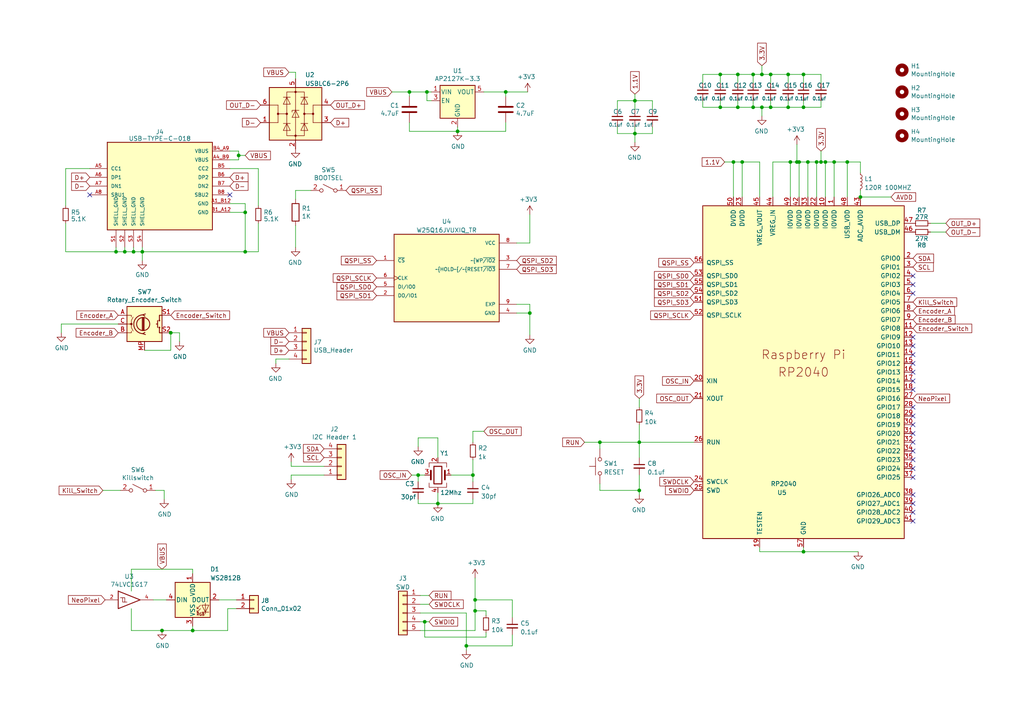
<source format=kicad_sch>
(kicad_sch (version 20230121) (generator eeschema)
  (paper "A4")
  (lib_symbols
    (symbol "Device:R_Small" (pin_numbers hide) (pin_names (offset 0.254) hide)
      (property "Reference" "R" (at 0.762 0.508 0))
      (property "Value" "R_Small" (at 0.762 -1.016 0))
      (symbol "R_Small_1_1"
        (pin passive line (at 0 2.54 270) (length 0.762) (name "~") (number "1"))
        (pin passive line (at 0 -2.54 90) (length 0.762) (name "~") (number "2"))
      )
    )
    (symbol "GND_1" (power) (pin_names (offset 0))
      (property "Value" "GND" (at 0 -3.81 0))
      (symbol "GND_1_1_1"
        (pin power_in line (at 0 0 270) (length 0) hide (name "GND") (number "1"))
      )
    )
    (symbol "Voron0 2040 display:74LVC1G17" (pin_names (offset 1.016))
      (property "Reference" "U3" (at -0.635 6.7818 0))
      (property "Value" "74LVC1G17" (at -0.635 4.4704 0))
      (symbol "74LVC1G17_1_1"
        (pin no_connect line (at -3.81 5.08 270) (length 2.54) hide (name "1") (number "1"))
        (pin input line (at -7.62 0 0) (length 3.81) (name "~") (number "2"))
        (pin power_in line (at 0 -2.54 270) (length 0) hide (name "GND") (number "3"))
        (pin output line (at 6.35 0 180) (length 3.81) (name "~") (number "4"))
        (pin power_in line (at 0 2.54 90) (length 0) hide (name "VCC") (number "5"))
      )
    )
    (symbol "Voron0 2040 display:AP2127K-3.3" (pin_names (offset 0.254))
      (property "Reference" "U" (at -5.08 5.715 0))
      (property "Value" "AP2127K-3.3" (at 0 5.715 0))
      (symbol "AP2127K-3.3_1_1"
        (pin power_in line (at -7.62 2.54 0) (length 2.54) (name "VIN") (number "1"))
        (pin power_in line (at 0 -7.62 90) (length 2.54) (name "GND") (number "2"))
        (pin input line (at -7.62 0 0) (length 2.54) (name "EN") (number "3"))
        (pin no_connect line (at 7.62 0 180) (length 2.54) hide (name "NC") (number "4"))
        (pin power_out line (at 7.62 2.54 180) (length 2.54) (name "VOUT") (number "5"))
      )
    )
    (symbol "Voron0 2040 display:C" (pin_numbers hide) (pin_names (offset 0.254))
      (property "Reference" "C" (at 0.635 2.54 0))
      (property "Value" "C" (at 0.635 -2.54 0))
      (symbol "C_1_1"
        (pin passive line (at 0 3.81 270) (length 2.794) (name "~") (number "1"))
        (pin passive line (at 0 -3.81 90) (length 2.794) (name "~") (number "2"))
      )
    )
    (symbol "Voron0 2040 display:C_Small" (pin_numbers hide) (pin_names (offset 0.254) hide)
      (property "Reference" "C" (at 0.254 1.778 0))
      (property "Value" "C_Small" (at 0.254 -2.032 0))
      (symbol "C_Small_1_1"
        (pin passive line (at 0 2.54 270) (length 2.032) (name "~") (number "1"))
        (pin passive line (at 0 -2.54 90) (length 2.032) (name "~") (number "2"))
      )
    )
    (symbol "Voron0 2040 display:Conn_01x02" (pin_names (offset 1.016) hide)
      (property "Reference" "J" (at 0 2.54 0))
      (property "Value" "Conn_01x02" (at 0 -5.08 0))
      (symbol "Conn_01x02_1_1"
        (pin passive line (at -5.08 0 0) (length 3.81) (name "Pin_1") (number "1"))
        (pin passive line (at -5.08 -2.54 0) (length 3.81) (name "Pin_2") (number "2"))
      )
    )
    (symbol "Voron0 2040 display:Conn_01x04" (pin_names (offset 1.016) hide)
      (property "Reference" "J" (at 0 5.08 0))
      (property "Value" "Conn_01x04" (at 0 -7.62 0))
      (symbol "Conn_01x04_1_1"
        (pin passive line (at -5.08 2.54 0) (length 3.81) (name "Pin_1") (number "1"))
        (pin passive line (at -5.08 0 0) (length 3.81) (name "Pin_2") (number "2"))
        (pin passive line (at -5.08 -2.54 0) (length 3.81) (name "Pin_3") (number "3"))
        (pin passive line (at -5.08 -5.08 0) (length 3.81) (name "Pin_4") (number "4"))
      )
    )
    (symbol "Voron0 2040 display:Conn_01x05" (pin_names (offset 1.016) hide)
      (property "Reference" "J" (at 0 7.62 0))
      (property "Value" "Conn_01x05" (at 0 -7.62 0))
      (symbol "Conn_01x05_1_1"
        (pin passive line (at -5.08 5.08 0) (length 3.81) (name "Pin_1") (number "1"))
        (pin passive line (at -5.08 2.54 0) (length 3.81) (name "Pin_2") (number "2"))
        (pin passive line (at -5.08 0 0) (length 3.81) (name "Pin_3") (number "3"))
        (pin passive line (at -5.08 -2.54 0) (length 3.81) (name "Pin_4") (number "4"))
        (pin passive line (at -5.08 -5.08 0) (length 3.81) (name "Pin_5") (number "5"))
      )
    )
    (symbol "Voron0 2040 display:Crystal_GND24" (pin_names (offset 1.016) hide)
      (property "Reference" "Y" (at 3.175 5.08 0))
      (property "Value" "Crystal_GND24" (at 3.175 3.175 0))
      (symbol "Crystal_GND24_1_1"
        (pin passive line (at -3.81 0 0) (length 1.27) (name "1") (number "1"))
        (pin passive line (at 0 5.08 270) (length 1.27) (name "2") (number "2"))
        (pin passive line (at 3.81 0 180) (length 1.27) (name "3") (number "3"))
        (pin passive line (at 0 -5.08 90) (length 1.27) (name "4") (number "4"))
      )
    )
    (symbol "Voron0 2040 display:L_Small" (pin_numbers hide) (pin_names (offset 0.254) hide)
      (property "Reference" "L" (at 0.762 1.016 0))
      (property "Value" "L_Small" (at 0.762 -1.016 0))
      (symbol "L_Small_1_1"
        (pin passive line (at 0 2.54 270) (length 0.508) (name "~") (number "1"))
        (pin passive line (at 0 -2.54 90) (length 0.508) (name "~") (number "2"))
      )
    )
    (symbol "Voron0 2040 display:MountingHole" (pin_names (offset 1.016))
      (property "Reference" "H" (at 0 5.08 0))
      (property "Value" "MountingHole" (at 0 3.175 0))
    )
    (symbol "Voron0 2040 display:R" (pin_numbers hide) (pin_names (offset 0))
      (property "Reference" "R" (at 2.032 0 90))
      (property "Value" "R" (at 0 0 90))
      (symbol "R_1_1"
        (pin passive line (at 0 3.81 270) (length 1.27) (name "~") (number "1"))
        (pin passive line (at 0 -3.81 90) (length 1.27) (name "~") (number "2"))
      )
    )
    (symbol "Voron0 2040 display:RP2040" (pin_names (offset 1.016))
      (property "Reference" "U" (at -29.21 49.53 0))
      (property "Value" "RP2040" (at 24.13 -49.53 0))
      (symbol "RP2040_0_0"
        (text "Raspberry Pi" (at 0 5.08 0) (effects (font (size 2.54 2.54))))
        (text "RP2040" (at 0 0 0) (effects (font (size 2.54 2.54))))
      )
      (symbol "RP2040_1_1"
        (pin power_in line (at 8.89 50.8 270) (length 2.54) (name "IOVDD") (number "1"))
        (pin power_in line (at 6.35 50.8 270) (length 2.54) (name "IOVDD") (number "10"))
        (pin bidirectional line (at 31.75 12.7 180) (length 2.54) (name "GPIO8") (number "11"))
        (pin bidirectional line (at 31.75 10.16 180) (length 2.54) (name "GPIO9") (number "12"))
        (pin bidirectional line (at 31.75 7.62 180) (length 2.54) (name "GPIO10") (number "13"))
        (pin bidirectional line (at 31.75 5.08 180) (length 2.54) (name "GPIO11") (number "14"))
        (pin bidirectional line (at 31.75 2.54 180) (length 2.54) (name "GPIO12") (number "15"))
        (pin bidirectional line (at 31.75 0 180) (length 2.54) (name "GPIO13") (number "16"))
        (pin bidirectional line (at 31.75 -2.54 180) (length 2.54) (name "GPIO14") (number "17"))
        (pin bidirectional line (at 31.75 -5.08 180) (length 2.54) (name "GPIO15") (number "18"))
        (pin passive line (at -12.7 -50.8 90) (length 2.54) (name "TESTEN") (number "19"))
        (pin bidirectional line (at 31.75 33.02 180) (length 2.54) (name "GPIO0") (number "2"))
        (pin input line (at -31.75 -2.54 0) (length 2.54) (name "XIN") (number "20"))
        (pin passive line (at -31.75 -7.62 0) (length 2.54) (name "XOUT") (number "21"))
        (pin power_in line (at 3.81 50.8 270) (length 2.54) (name "IOVDD") (number "22"))
        (pin power_in line (at -17.78 50.8 270) (length 2.54) (name "DVDD") (number "23"))
        (pin output line (at -31.75 -31.75 0) (length 2.54) (name "SWCLK") (number "24"))
        (pin bidirectional line (at -31.75 -34.29 0) (length 2.54) (name "SWD") (number "25"))
        (pin input line (at -31.75 -20.32 0) (length 2.54) (name "RUN") (number "26"))
        (pin bidirectional line (at 31.75 -7.62 180) (length 2.54) (name "GPIO16") (number "27"))
        (pin bidirectional line (at 31.75 -10.16 180) (length 2.54) (name "GPIO17") (number "28"))
        (pin bidirectional line (at 31.75 -12.7 180) (length 2.54) (name "GPIO18") (number "29"))
        (pin bidirectional line (at 31.75 30.48 180) (length 2.54) (name "GPIO1") (number "3"))
        (pin bidirectional line (at 31.75 -15.24 180) (length 2.54) (name "GPIO19") (number "30"))
        (pin bidirectional line (at 31.75 -17.78 180) (length 2.54) (name "GPIO20") (number "31"))
        (pin bidirectional line (at 31.75 -20.32 180) (length 2.54) (name "GPIO21") (number "32"))
        (pin power_in line (at 1.27 50.8 270) (length 2.54) (name "IOVDD") (number "33"))
        (pin bidirectional line (at 31.75 -22.86 180) (length 2.54) (name "GPIO22") (number "34"))
        (pin bidirectional line (at 31.75 -25.4 180) (length 2.54) (name "GPIO23") (number "35"))
        (pin bidirectional line (at 31.75 -27.94 180) (length 2.54) (name "GPIO24") (number "36"))
        (pin bidirectional line (at 31.75 -30.48 180) (length 2.54) (name "GPIO25") (number "37"))
        (pin bidirectional line (at 31.75 -35.56 180) (length 2.54) (name "GPIO26_ADC0") (number "38"))
        (pin bidirectional line (at 31.75 -38.1 180) (length 2.54) (name "GPIO27_ADC1") (number "39"))
        (pin bidirectional line (at 31.75 27.94 180) (length 2.54) (name "GPIO2") (number "4"))
        (pin bidirectional line (at 31.75 -40.64 180) (length 2.54) (name "GPIO28_ADC2") (number "40"))
        (pin bidirectional line (at 31.75 -43.18 180) (length 2.54) (name "GPIO29_ADC3") (number "41"))
        (pin power_in line (at -1.27 50.8 270) (length 2.54) (name "IOVDD") (number "42"))
        (pin power_in line (at 16.51 50.8 270) (length 2.54) (name "ADC_AVDD") (number "43"))
        (pin power_in line (at -8.89 50.8 270) (length 2.54) (name "VREG_IN") (number "44"))
        (pin power_out line (at -12.7 50.8 270) (length 2.54) (name "VREG_VOUT") (number "45"))
        (pin bidirectional line (at 31.75 40.64 180) (length 2.54) (name "USB_DM") (number "46"))
        (pin bidirectional line (at 31.75 43.18 180) (length 2.54) (name "USB_DP") (number "47"))
        (pin power_in line (at 12.7 50.8 270) (length 2.54) (name "USB_VDD") (number "48"))
        (pin power_in line (at -3.81 50.8 270) (length 2.54) (name "IOVDD") (number "49"))
        (pin bidirectional line (at 31.75 25.4 180) (length 2.54) (name "GPIO3") (number "5"))
        (pin power_in line (at -20.32 50.8 270) (length 2.54) (name "DVDD") (number "50"))
        (pin bidirectional line (at -31.75 20.32 0) (length 2.54) (name "QSPI_SD3") (number "51"))
        (pin output line (at -31.75 16.51 0) (length 2.54) (name "QSPI_SCLK") (number "52"))
        (pin bidirectional line (at -31.75 27.94 0) (length 2.54) (name "QSPI_SD0") (number "53"))
        (pin bidirectional line (at -31.75 22.86 0) (length 2.54) (name "QSPI_SD2") (number "54"))
        (pin bidirectional line (at -31.75 25.4 0) (length 2.54) (name "QSPI_SD1") (number "55"))
        (pin bidirectional line (at -31.75 31.75 0) (length 2.54) (name "QSPI_SS") (number "56"))
        (pin power_in line (at 0 -50.8 90) (length 2.54) (name "GND") (number "57"))
        (pin bidirectional line (at 31.75 22.86 180) (length 2.54) (name "GPIO4") (number "6"))
        (pin bidirectional line (at 31.75 20.32 180) (length 2.54) (name "GPIO5") (number "7"))
        (pin bidirectional line (at 31.75 17.78 180) (length 2.54) (name "GPIO6") (number "8"))
        (pin bidirectional line (at 31.75 15.24 180) (length 2.54) (name "GPIO7") (number "9"))
      )
    )
    (symbol "Voron0 2040 display:R_Small" (pin_numbers hide) (pin_names (offset 0.254) hide)
      (property "Reference" "R" (at 0.762 0.508 0))
      (property "Value" "R_Small" (at 0.762 -1.016 0))
      (symbol "R_Small_1_1"
        (pin passive line (at 0 2.54 270) (length 0.762) (name "~") (number "1"))
        (pin passive line (at 0 -2.54 90) (length 0.762) (name "~") (number "2"))
      )
    )
    (symbol "Voron0 2040 display:Rotary_Encoder_Switch" (pin_names (offset 0.254) hide)
      (property "Reference" "SW7" (at 0 9.3218 0))
      (property "Value" "Rotary_Encoder_Switch" (at 0 7.0104 0))
      (symbol "Rotary_Encoder_Switch_1_1"
        (pin passive line (at -7.62 2.54 0) (length 2.54) (name "A") (number "A"))
        (pin passive line (at -7.62 -2.54 0) (length 2.54) (name "B") (number "B"))
        (pin passive line (at -7.62 0 0) (length 2.54) (name "C") (number "C"))
        (pin passive line (at 0 -7.62 90) (length 2.54) (name "MP") (number "MP"))
        (pin passive line (at 7.62 2.54 180) (length 2.54) (name "S1") (number "S1"))
        (pin passive line (at 7.62 -2.54 180) (length 2.54) (name "S2") (number "S2"))
      )
    )
    (symbol "Voron0 2040 display:SW_Push" (pin_numbers hide) (pin_names (offset 1.016) hide)
      (property "Reference" "SW" (at 1.27 2.54 0))
      (property "Value" "SW_Push" (at 0 -1.524 0))
      (symbol "SW_Push_0_1"
        (pin passive line (at -5.08 0 0) (length 2.54) (name "1") (number "1"))
        (pin passive line (at 5.08 0 180) (length 2.54) (name "2") (number "2"))
      )
    )
    (symbol "Voron0 2040 display:SW_SPST" (pin_names (offset 0) hide)
      (property "Reference" "SW" (at 0 3.175 0))
      (property "Value" "SW_SPST" (at 0 -2.54 0))
      (symbol "SW_SPST_1_1"
        (pin passive line (at -5.08 0 0) (length 2.54) (name "A") (number "1"))
        (pin passive line (at 5.08 0 180) (length 2.54) (name "B") (number "2"))
      )
    )
    (symbol "Voron0 2040 display:USB4105-GF-A" (pin_names (offset 1.016))
      (property "Reference" "J" (at -15.24 13.97 0))
      (property "Value" "USB4105-GF-A" (at -15.24 -15.24 0))
      (symbol "USB4105-GF-A_0_0"
        (pin power_in line (at 20.32 -5.08 180) (length 5.08) (name "GND") (number "A1_B12"))
        (pin power_in line (at 20.32 7.62 180) (length 5.08) (name "VBUS") (number "A4_B9"))
        (pin bidirectional line (at -20.32 5.08 0) (length 5.08) (name "CC1") (number "A5"))
        (pin bidirectional line (at -20.32 2.54 0) (length 5.08) (name "DP1") (number "A6"))
        (pin bidirectional line (at -20.32 0 0) (length 5.08) (name "DN1") (number "A7"))
        (pin bidirectional line (at -20.32 -2.54 0) (length 5.08) (name "SBU1") (number "A8"))
        (pin power_in line (at 20.32 -7.62 180) (length 5.08) (name "GND") (number "B1_A12"))
        (pin power_in line (at 20.32 10.16 180) (length 5.08) (name "VBUS") (number "B4_A9"))
        (pin bidirectional line (at 20.32 5.08 180) (length 5.08) (name "CC2") (number "B5"))
        (pin bidirectional line (at 20.32 2.54 180) (length 5.08) (name "DP2") (number "B6"))
        (pin bidirectional line (at 20.32 0 180) (length 5.08) (name "DN2") (number "B7"))
        (pin bidirectional line (at 20.32 -2.54 180) (length 5.08) (name "SBU2") (number "B8"))
        (pin power_in line (at -12.7 -17.78 90) (length 5.08) (name "SHELL_GND") (number "S1"))
        (pin power_in line (at -10.16 -17.78 90) (length 5.08) (name "SHELL_GND") (number "S2"))
        (pin power_in line (at -7.62 -17.78 90) (length 5.08) (name "SHELL_GND") (number "S3"))
        (pin power_in line (at -5.08 -17.78 90) (length 5.08) (name "SHELL_GND") (number "S4"))
      )
    )
    (symbol "Voron0 2040 display:USBLC6-2P6" (pin_names hide)
      (property "Reference" "U" (at 2.54 8.89 0))
      (property "Value" "USBLC6-2P6" (at 2.54 -8.89 0))
      (symbol "USBLC6-2P6_1_1"
        (pin passive line (at -10.16 -2.54 0) (length 2.54) (name "I/O1") (number "1"))
        (pin passive line (at 0 -10.16 90) (length 2.54) (name "GND") (number "2"))
        (pin passive line (at 10.16 -2.54 180) (length 2.54) (name "I/O2") (number "3"))
        (pin passive line (at 10.16 2.54 180) (length 2.54) (name "I/O2") (number "4"))
        (pin passive line (at 0 10.16 270) (length 2.54) (name "VBUS") (number "5"))
        (pin passive line (at -10.16 2.54 0) (length 2.54) (name "I/O1") (number "6"))
      )
    )
    (symbol "Voron0 2040 display:W25Q16JVUXIQ_TR" (pin_names (offset 1.016))
      (property "Reference" "U" (at -15.24 15.24 0))
      (property "Value" "W25Q16JVUXIQ_TR" (at -15.24 -15.24 0))
      (symbol "W25Q16JVUXIQ_TR_0_0"
        (pin input line (at -20.32 5.08 0) (length 5.08) (name "~{CS}") (number "1"))
        (pin bidirectional line (at -20.32 -5.08 0) (length 5.08) (name "DO/IO1") (number "2"))
        (pin bidirectional line (at 20.32 5.08 180) (length 5.08) (name "~{WP~{/IO2}") (number "3"))
        (pin power_in line (at 20.32 -10.16 180) (length 5.08) (name "GND") (number "4"))
        (pin bidirectional line (at -20.32 -2.54 0) (length 5.08) (name "DI/IO0") (number "5"))
        (pin input clock (at -20.32 0 0) (length 5.08) (name "CLK") (number "6"))
        (pin bidirectional line (at 20.32 2.54 180) (length 5.08) (name "~{HOLD~{/~{RESET~{/IO3}") (number "7"))
        (pin power_in line (at 20.32 10.16 180) (length 5.08) (name "VCC") (number "8"))
        (pin passive line (at 20.32 -7.62 180) (length 5.08) (name "EXP") (number "9"))
      )
    )
    (symbol "Voron0 2040 display:WS2812B" (pin_names (offset 0.254))
      (property "Reference" "D" (at 5.08 5.715 0))
      (property "Value" "WS2812B" (at 1.27 -5.715 0))
      (symbol "WS2812B_0_0"
        (text "RGB" (at 2.286 -4.191 0) (effects (font (size 0.762 0.762))))
      )
      (symbol "WS2812B_1_1"
        (pin power_in line (at 0 7.62 270) (length 2.54) (name "VDD") (number "1"))
        (pin output line (at 7.62 0 180) (length 2.54) (name "DOUT") (number "2"))
        (pin power_in line (at 0 -7.62 90) (length 2.54) (name "VSS") (number "3"))
        (pin input line (at -7.62 0 0) (length 2.54) (name "DIN") (number "4"))
      )
    )
    (symbol "power:+3V3" (power) (pin_names (offset 0))
      (property "Value" "+3V3" (at 0 3.556 0))
      (symbol "+3V3_1_1"
        (pin power_in line (at 0 0 90) (length 0) hide (name "+3V3") (number "1"))
      )
    )
    (symbol "power:GND" (power) (pin_names (offset 0))
      (property "Value" "GND" (at 0 -3.81 0))
      (symbol "GND_1_1"
        (pin power_in line (at 0 0 270) (length 0) hide (name "GND") (number "1"))
      )
    )
  )
  (junction (at 236.855 46.99))
  (junction (at 228.6 21.59))
  (junction (at 184.15 38.735))
  (junction (at 223.52 21.59))
  (junction (at 220.98 21.59))
  (junction (at 132.715 38.1))
  (junction (at 41.275 73.025))
  (junction (at 245.745 46.99))
  (junction (at 231.14 46.99))
  (junction (at 46.99 182.88))
  (junction (at 123.19 180.34))
  (junction (at 38.735 73.025))
  (junction (at 238.125 46.99))
  (junction (at 71.12 73.025))
  (junction (at 71.12 61.595))
  (junction (at 123.825 26.67))
  (junction (at 185.42 128.27))
  (junction (at 185.42 142.24))
  (junction (at 231.775 46.99))
  (junction (at 241.935 46.99))
  (junction (at 233.045 21.59))
  (junction (at 135.255 187.325))
  (junction (at 137.16 137.795))
  (junction (at 184.15 29.21))
  (junction (at 137.795 173.99))
  (junction (at 137.795 177.165))
  (junction (at 213.995 21.59))
  (junction (at 218.44 21.59))
  (junction (at 33.655 73.025))
  (junction (at 49.53 96.52))
  (junction (at 208.915 21.59))
  (junction (at 208.915 31.115))
  (junction (at 212.725 46.99))
  (junction (at 36.195 73.025))
  (junction (at 146.685 26.67))
  (junction (at 69.215 45.085))
  (junction (at 118.745 26.67))
  (junction (at 233.045 160.02))
  (junction (at 218.44 31.115))
  (junction (at 213.995 31.115))
  (junction (at 173.99 128.27))
  (junction (at 223.52 31.115))
  (junction (at 220.98 31.115))
  (junction (at 55.88 182.88))
  (junction (at 153.67 90.805))
  (junction (at 121.285 137.795))
  (junction (at 233.045 31.115))
  (junction (at 228.6 31.115))
  (junction (at 239.395 46.99))
  (junction (at 229.235 46.99))
  (junction (at 249.555 57.15))
  (junction (at 127 146.05))
  (junction (at 234.315 46.99))
  (junction (at 215.265 46.99))
  (no_connect (at 264.795 118.11))
  (no_connect (at 264.795 128.27))
  (no_connect (at 264.795 148.59))
  (no_connect (at 26.035 56.515))
  (no_connect (at 264.795 97.79))
  (no_connect (at 264.795 151.13))
  (no_connect (at 264.795 105.41))
  (no_connect (at 264.795 102.87))
  (no_connect (at 264.795 100.33))
  (no_connect (at 264.795 110.49))
  (no_connect (at 264.795 85.09))
  (no_connect (at 264.795 107.95))
  (no_connect (at 264.795 125.73))
  (no_connect (at 264.795 138.43))
  (no_connect (at 264.795 143.51))
  (no_connect (at 264.795 130.81))
  (no_connect (at 264.795 146.05))
  (no_connect (at 66.675 56.515))
  (no_connect (at 264.795 120.65))
  (no_connect (at 264.795 133.35))
  (no_connect (at 264.795 113.03))
  (no_connect (at 264.795 82.55))
  (no_connect (at 264.795 135.89))
  (no_connect (at 264.795 80.01))
  (no_connect (at 264.795 123.19))
  (wire (pts (xy 218.44 29.21) (xy 218.44 31.115)))
  (wire (pts (xy 127 146.05) (xy 137.16 146.05)))
  (wire (pts (xy 213.995 21.59) (xy 213.995 24.13)))
  (wire (pts (xy 66.675 61.595) (xy 71.12 61.595)))
  (wire (pts (xy 238.125 31.115) (xy 238.125 29.21)))
  (wire (pts (xy 66.675 43.815) (xy 69.215 43.815)))
  (wire (pts (xy 173.99 140.335) (xy 173.99 142.24)))
  (wire (pts (xy 220.98 19.05) (xy 220.98 21.59)))
  (wire (pts (xy 74.93 73.025) (xy 74.93 64.77)))
  (wire (pts (xy 184.15 38.735) (xy 184.15 41.275)))
  (wire (pts (xy 233.045 158.75) (xy 233.045 160.02)))
  (wire (pts (xy 118.745 26.67) (xy 123.825 26.67)))
  (wire (pts (xy 228.6 29.21) (xy 228.6 31.115)))
  (wire (pts (xy 38.1 165.1) (xy 38.1 171.45)))
  (wire (pts (xy 223.52 31.115) (xy 228.6 31.115)))
  (wire (pts (xy 38.735 73.025) (xy 41.275 73.025)))
  (wire (pts (xy 223.52 29.21) (xy 223.52 31.115)))
  (wire (pts (xy 127 127) (xy 121.285 127)))
  (wire (pts (xy 93.98 135.255) (xy 84.455 135.255)))
  (wire (pts (xy 185.42 128.27) (xy 185.42 132.715)))
  (wire (pts (xy 184.15 29.21) (xy 189.23 29.21)))
  (wire (pts (xy 80.01 104.14) (xy 83.82 104.14)))
  (wire (pts (xy 85.725 65.405) (xy 85.725 71.755)))
  (wire (pts (xy 220.345 158.75) (xy 220.345 160.02)))
  (wire (pts (xy 234.315 46.99) (xy 236.855 46.99)))
  (wire (pts (xy 233.045 160.02) (xy 248.92 160.02)))
  (wire (pts (xy 149.86 90.805) (xy 153.67 90.805)))
  (wire (pts (xy 234.315 46.99) (xy 234.315 57.15)))
  (wire (pts (xy 241.935 46.99) (xy 245.745 46.99)))
  (wire (pts (xy 185.42 115.57) (xy 185.42 118.11)))
  (wire (pts (xy 33.655 73.025) (xy 36.195 73.025)))
  (wire (pts (xy 215.265 46.99) (xy 220.345 46.99)))
  (wire (pts (xy 55.88 165.1) (xy 38.1 165.1)))
  (wire (pts (xy 119.38 137.795) (xy 121.285 137.795)))
  (wire (pts (xy 238.125 46.99) (xy 239.395 46.99)))
  (wire (pts (xy 179.07 36.83) (xy 179.07 38.735)))
  (wire (pts (xy 212.725 57.15) (xy 212.725 46.99)))
  (wire (pts (xy 113.665 26.67) (xy 118.745 26.67)))
  (wire (pts (xy 148.59 184.15) (xy 148.59 187.325)))
  (wire (pts (xy 84.455 137.795) (xy 84.455 139.065)))
  (wire (pts (xy 236.855 46.99) (xy 238.125 46.99)))
  (wire (pts (xy 148.59 173.99) (xy 137.795 173.99)))
  (wire (pts (xy 239.395 46.99) (xy 241.935 46.99)))
  (wire (pts (xy 41.275 73.025) (xy 71.12 73.025)))
  (wire (pts (xy 66.675 48.895) (xy 74.93 48.895)))
  (wire (pts (xy 146.685 27.94) (xy 146.685 26.67)))
  (wire (pts (xy 220.98 21.59) (xy 223.52 21.59)))
  (wire (pts (xy 49.53 101.6) (xy 49.53 96.52)))
  (wire (pts (xy 218.44 21.59) (xy 218.44 24.13)))
  (wire (pts (xy 153.67 88.265) (xy 153.67 90.805)))
  (wire (pts (xy 33.655 71.755) (xy 33.655 73.025)))
  (wire (pts (xy 85.725 20.955) (xy 83.82 20.955)))
  (wire (pts (xy 34.29 93.98) (xy 17.78 93.98)))
  (wire (pts (xy 132.715 38.1) (xy 146.685 38.1)))
  (wire (pts (xy 218.44 21.59) (xy 220.98 21.59)))
  (wire (pts (xy 231.775 46.99) (xy 231.775 57.15)))
  (wire (pts (xy 84.455 135.255) (xy 84.455 133.985)))
  (wire (pts (xy 66.04 182.88) (xy 55.88 182.88)))
  (wire (pts (xy 153.67 70.485) (xy 153.67 62.23)))
  (wire (pts (xy 123.19 184.785) (xy 140.97 184.785)))
  (wire (pts (xy 121.92 175.26) (xy 124.46 175.26)))
  (wire (pts (xy 36.195 71.755) (xy 36.195 73.025)))
  (wire (pts (xy 213.995 31.115) (xy 218.44 31.115)))
  (wire (pts (xy 66.675 59.055) (xy 71.12 59.055)))
  (wire (pts (xy 233.045 31.115) (xy 238.125 31.115)))
  (wire (pts (xy 63.5 173.99) (xy 68.58 173.99)))
  (wire (pts (xy 85.725 57.785) (xy 85.725 55.245)))
  (wire (pts (xy 249.555 57.15) (xy 258.445 57.15)))
  (wire (pts (xy 189.23 29.21) (xy 189.23 31.75)))
  (wire (pts (xy 269.875 64.77) (xy 274.32 64.77)))
  (wire (pts (xy 169.545 128.27) (xy 173.99 128.27)))
  (wire (pts (xy 123.19 180.34) (xy 123.19 184.785)))
  (wire (pts (xy 71.12 59.055) (xy 71.12 61.595)))
  (wire (pts (xy 132.715 36.83) (xy 132.715 38.1)))
  (wire (pts (xy 33.655 73.025) (xy 19.05 73.025)))
  (wire (pts (xy 269.875 67.31) (xy 274.32 67.31)))
  (wire (pts (xy 71.12 61.595) (xy 71.12 73.025)))
  (wire (pts (xy 210.185 46.99) (xy 212.725 46.99)))
  (wire (pts (xy 130.81 137.795) (xy 137.16 137.795)))
  (wire (pts (xy 127 142.875) (xy 127 146.05)))
  (wire (pts (xy 231.775 46.99) (xy 234.315 46.99)))
  (wire (pts (xy 173.99 128.27) (xy 173.99 130.175)))
  (wire (pts (xy 127 127) (xy 127 132.715)))
  (wire (pts (xy 203.835 29.21) (xy 203.835 31.115)))
  (wire (pts (xy 184.15 36.83) (xy 184.15 38.735)))
  (wire (pts (xy 17.78 96.52) (xy 17.78 93.98)))
  (wire (pts (xy 19.05 48.895) (xy 19.05 59.69)))
  (wire (pts (xy 121.92 182.88) (xy 137.795 182.88)))
  (wire (pts (xy 66.04 176.53) (xy 66.04 182.88)))
  (wire (pts (xy 36.195 73.025) (xy 38.735 73.025)))
  (wire (pts (xy 148.59 179.07) (xy 148.59 173.99)))
  (wire (pts (xy 85.725 22.86) (xy 85.725 20.955)))
  (wire (pts (xy 140.97 177.165) (xy 137.795 177.165)))
  (wire (pts (xy 137.795 173.99) (xy 137.795 167.64)))
  (wire (pts (xy 26.035 48.895) (xy 19.05 48.895)))
  (wire (pts (xy 140.335 125.095) (xy 137.16 125.095)))
  (wire (pts (xy 146.685 26.67) (xy 153.035 26.67)))
  (wire (pts (xy 121.285 137.795) (xy 123.19 137.795)))
  (wire (pts (xy 123.825 29.21) (xy 123.825 26.67)))
  (wire (pts (xy 55.88 182.88) (xy 55.88 181.61)))
  (wire (pts (xy 208.915 29.21) (xy 208.915 31.115)))
  (wire (pts (xy 189.23 38.735) (xy 189.23 36.83)))
  (wire (pts (xy 46.99 182.88) (xy 55.88 182.88)))
  (wire (pts (xy 121.92 177.8) (xy 135.255 177.8)))
  (wire (pts (xy 179.07 31.75) (xy 179.07 29.21)))
  (wire (pts (xy 66.675 46.355) (xy 69.215 46.355)))
  (wire (pts (xy 185.42 128.27) (xy 201.295 128.27)))
  (wire (pts (xy 236.855 46.99) (xy 236.855 57.15)))
  (wire (pts (xy 228.6 21.59) (xy 228.6 24.13)))
  (wire (pts (xy 203.835 21.59) (xy 208.915 21.59)))
  (wire (pts (xy 140.335 26.67) (xy 146.685 26.67)))
  (wire (pts (xy 52.07 96.52) (xy 49.53 96.52)))
  (wire (pts (xy 118.745 27.94) (xy 118.745 26.67)))
  (wire (pts (xy 135.255 177.8) (xy 135.255 187.325)))
  (wire (pts (xy 140.97 183.515) (xy 140.97 184.785)))
  (wire (pts (xy 137.16 133.35) (xy 137.16 137.795)))
  (wire (pts (xy 173.99 142.24) (xy 185.42 142.24)))
  (wire (pts (xy 124.46 172.72) (xy 121.92 172.72)))
  (wire (pts (xy 118.745 38.1) (xy 132.715 38.1)))
  (wire (pts (xy 229.235 46.99) (xy 229.235 57.15)))
  (wire (pts (xy 123.825 26.67) (xy 125.095 26.67)))
  (wire (pts (xy 80.01 105.41) (xy 80.01 104.14)))
  (wire (pts (xy 149.86 70.485) (xy 153.67 70.485)))
  (wire (pts (xy 38.1 176.53) (xy 38.1 182.88)))
  (wire (pts (xy 137.16 125.095) (xy 137.16 128.27)))
  (wire (pts (xy 249.555 55.245) (xy 249.555 57.15)))
  (wire (pts (xy 238.125 43.815) (xy 238.125 46.99)))
  (wire (pts (xy 38.1 182.88) (xy 46.99 182.88)))
  (wire (pts (xy 69.215 45.085) (xy 71.12 45.085)))
  (wire (pts (xy 208.915 21.59) (xy 208.915 24.13)))
  (wire (pts (xy 41.275 73.025) (xy 41.275 71.755)))
  (wire (pts (xy 121.285 137.795) (xy 121.285 139.7)))
  (wire (pts (xy 220.345 46.99) (xy 220.345 57.15)))
  (wire (pts (xy 220.345 160.02) (xy 233.045 160.02)))
  (wire (pts (xy 137.16 137.795) (xy 137.16 139.7)))
  (wire (pts (xy 55.88 166.37) (xy 55.88 165.1)))
  (wire (pts (xy 149.86 88.265) (xy 153.67 88.265)))
  (wire (pts (xy 231.14 41.91) (xy 231.14 46.99)))
  (wire (pts (xy 173.99 128.27) (xy 185.42 128.27)))
  (wire (pts (xy 223.52 21.59) (xy 228.6 21.59)))
  (wire (pts (xy 213.995 21.59) (xy 218.44 21.59)))
  (wire (pts (xy 153.67 90.805) (xy 153.67 97.155)))
  (wire (pts (xy 146.685 35.56) (xy 146.685 38.1)))
  (wire (pts (xy 123.19 180.34) (xy 124.46 180.34)))
  (wire (pts (xy 47.625 144.78) (xy 47.625 142.24)))
  (wire (pts (xy 249.555 46.99) (xy 249.555 50.165)))
  (wire (pts (xy 137.795 182.88) (xy 137.795 177.165)))
  (wire (pts (xy 245.745 46.99) (xy 249.555 46.99)))
  (wire (pts (xy 69.215 43.815) (xy 69.215 45.085)))
  (wire (pts (xy 224.155 57.15) (xy 224.155 46.99)))
  (wire (pts (xy 41.275 75.565) (xy 41.275 73.025)))
  (wire (pts (xy 208.915 31.115) (xy 213.995 31.115)))
  (wire (pts (xy 135.255 187.325) (xy 135.255 188.595)))
  (wire (pts (xy 137.16 144.78) (xy 137.16 146.05)))
  (wire (pts (xy 34.925 142.24) (xy 29.845 142.24)))
  (wire (pts (xy 185.42 123.19) (xy 185.42 128.27)))
  (wire (pts (xy 233.045 21.59) (xy 233.045 24.13)))
  (wire (pts (xy 41.91 101.6) (xy 49.53 101.6)))
  (wire (pts (xy 212.725 46.99) (xy 215.265 46.99)))
  (wire (pts (xy 118.745 35.56) (xy 118.745 38.1)))
  (wire (pts (xy 93.98 137.795) (xy 84.455 137.795)))
  (wire (pts (xy 19.05 73.025) (xy 19.05 64.77)))
  (wire (pts (xy 38.735 71.755) (xy 38.735 73.025)))
  (wire (pts (xy 184.15 31.75) (xy 184.15 29.21)))
  (wire (pts (xy 218.44 31.115) (xy 220.98 31.115)))
  (wire (pts (xy 68.58 176.53) (xy 66.04 176.53)))
  (wire (pts (xy 245.745 46.99) (xy 245.745 57.15)))
  (wire (pts (xy 220.98 31.115) (xy 223.52 31.115)))
  (wire (pts (xy 231.14 46.99) (xy 231.775 46.99)))
  (wire (pts (xy 179.07 38.735) (xy 184.15 38.735)))
  (wire (pts (xy 203.835 24.13) (xy 203.835 21.59)))
  (wire (pts (xy 203.835 31.115) (xy 208.915 31.115)))
  (wire (pts (xy 121.285 144.78) (xy 121.285 146.05)))
  (wire (pts (xy 185.42 137.795) (xy 185.42 142.24)))
  (wire (pts (xy 179.07 29.21) (xy 184.15 29.21)))
  (wire (pts (xy 184.15 27.305) (xy 184.15 29.21)))
  (wire (pts (xy 69.215 45.085) (xy 69.215 46.355)))
  (wire (pts (xy 208.915 21.59) (xy 213.995 21.59)))
  (wire (pts (xy 85.725 55.245) (xy 90.17 55.245)))
  (wire (pts (xy 223.52 21.59) (xy 223.52 24.13)))
  (wire (pts (xy 137.795 177.165) (xy 137.795 173.99)))
  (wire (pts (xy 121.285 127) (xy 121.285 129.54)))
  (wire (pts (xy 121.285 146.05) (xy 127 146.05)))
  (wire (pts (xy 224.155 46.99) (xy 229.235 46.99)))
  (wire (pts (xy 185.42 142.24) (xy 185.42 143.51)))
  (wire (pts (xy 233.045 29.21) (xy 233.045 31.115)))
  (wire (pts (xy 241.935 46.99) (xy 241.935 57.15)))
  (wire (pts (xy 125.095 29.21) (xy 123.825 29.21)))
  (wire (pts (xy 220.98 31.115) (xy 220.98 33.655)))
  (wire (pts (xy 74.93 48.895) (xy 74.93 59.69)))
  (wire (pts (xy 47.625 142.24) (xy 45.085 142.24)))
  (wire (pts (xy 213.995 29.21) (xy 213.995 31.115)))
  (wire (pts (xy 148.59 187.325) (xy 135.255 187.325)))
  (wire (pts (xy 233.045 21.59) (xy 238.125 21.59)))
  (wire (pts (xy 121.92 180.34) (xy 123.19 180.34)))
  (wire (pts (xy 52.07 99.06) (xy 52.07 96.52)))
  (wire (pts (xy 184.15 38.735) (xy 189.23 38.735)))
  (wire (pts (xy 228.6 21.59) (xy 233.045 21.59)))
  (wire (pts (xy 48.26 173.99) (xy 44.45 173.99)))
  (wire (pts (xy 239.395 46.99) (xy 239.395 57.15)))
  (wire (pts (xy 229.235 46.99) (xy 231.14 46.99)))
  (wire (pts (xy 228.6 31.115) (xy 233.045 31.115)))
  (wire (pts (xy 238.125 21.59) (xy 238.125 24.13)))
  (wire (pts (xy 215.265 46.99) (xy 215.265 57.15)))
  (wire (pts (xy 140.97 178.435) (xy 140.97 177.165)))
  (wire (pts (xy 71.12 73.025) (xy 74.93 73.025)))
  (global_label "QSPI_SCLK" (shape input) (at 109.22 80.645 180) (property "Intersheetrefs" "${INTERSHEET_REFS}" (effects hide)))
  (global_label "NeoPixel" (shape input) (at 264.795 115.57 0) (property "Intersheetrefs" "${INTERSHEET_REFS}" (effects hide)))
  (global_label "AVDD" (shape input) (at 258.445 57.15 0) (property "Intersheetrefs" "${INTERSHEET_REFS}" (effects hide)))
  (global_label "3.3V" (shape input) (at 185.42 115.57 90) (property "Intersheetrefs" "${INTERSHEET_REFS}" (effects hide)))
  (global_label "Encoder_B" (shape input) (at 264.795 92.71 0) (property "Intersheetrefs" "${INTERSHEET_REFS}" (effects hide)))
  (global_label "QSPI_SD2" (shape input) (at 201.295 85.09 180) (property "Intersheetrefs" "${INTERSHEET_REFS}" (effects hide)))
  (global_label "VBUS" (shape input) (at 113.665 26.67 180) (property "Intersheetrefs" "${INTERSHEET_REFS}" (effects hide)))
  (global_label "OUT_D+" (shape input) (at 95.885 30.48 0) (property "Intersheetrefs" "${INTERSHEET_REFS}" (effects hide)))
  (global_label "OSC_IN" (shape input) (at 201.295 110.49 180) (property "Intersheetrefs" "${INTERSHEET_REFS}" (effects hide)))
  (global_label "Encoder_B" (shape input) (at 34.29 96.52 180) (property "Intersheetrefs" "${INTERSHEET_REFS}" (effects hide)))
  (global_label "OSC_OUT" (shape input) (at 201.295 115.57 180) (property "Intersheetrefs" "${INTERSHEET_REFS}" (effects hide)))
  (global_label "VBUS" (shape input) (at 83.82 96.52 180) (property "Intersheetrefs" "${INTERSHEET_REFS}" (effects hide)))
  (global_label "QSPI_SS" (shape input) (at 100.33 55.245 0) (property "Intersheetrefs" "${INTERSHEET_REFS}" (effects hide)))
  (global_label "OUT_D-" (shape input) (at 274.32 67.31 0) (property "Intersheetrefs" "${INTERSHEET_REFS}" (effects hide)))
  (global_label "D+" (shape input) (at 66.675 51.435 0) (property "Intersheetrefs" "${INTERSHEET_REFS}" (effects hide)))
  (global_label "Encoder_Switch" (shape input) (at 264.795 95.25 0) (property "Intersheetrefs" "${INTERSHEET_REFS}" (effects hide)))
  (global_label "SWDIO" (shape input) (at 201.295 142.24 180) (property "Intersheetrefs" "${INTERSHEET_REFS}" (effects hide)))
  (global_label "Encoder_A" (shape input) (at 264.795 90.17 0) (property "Intersheetrefs" "${INTERSHEET_REFS}" (effects hide)))
  (global_label "QSPI_SS" (shape input) (at 109.22 75.565 180) (property "Intersheetrefs" "${INTERSHEET_REFS}" (effects hide)))
  (global_label "QSPI_SD2" (shape input) (at 149.86 75.565 0) (property "Intersheetrefs" "${INTERSHEET_REFS}" (effects hide)))
  (global_label "RUN" (shape input) (at 124.46 172.72 0) (property "Intersheetrefs" "${INTERSHEET_REFS}" (effects hide)))
  (global_label "VBUS" (shape input) (at 46.99 165.1 90) (property "Intersheetrefs" "${INTERSHEET_REFS}" (effects hide)))
  (global_label "D-" (shape input) (at 75.565 35.56 180) (property "Intersheetrefs" "${INTERSHEET_REFS}" (effects hide)))
  (global_label "OSC_OUT" (shape input) (at 140.335 125.095 0) (property "Intersheetrefs" "${INTERSHEET_REFS}" (effects hide)))
  (global_label "VBUS" (shape input) (at 83.82 20.955 180) (property "Intersheetrefs" "${INTERSHEET_REFS}" (effects hide)))
  (global_label "Kill_Switch" (shape input) (at 29.845 142.24 180) (property "Intersheetrefs" "${INTERSHEET_REFS}" (effects hide)))
  (global_label "Encoder_A" (shape input) (at 34.29 91.44 180) (property "Intersheetrefs" "${INTERSHEET_REFS}" (effects hide)))
  (global_label "SWDCLK" (shape input) (at 124.46 175.26 0) (property "Intersheetrefs" "${INTERSHEET_REFS}" (effects hide)))
  (global_label "QSPI_SD0" (shape input) (at 201.295 80.01 180) (property "Intersheetrefs" "${INTERSHEET_REFS}" (effects hide)))
  (global_label "SDA" (shape input) (at 264.795 74.93 0) (property "Intersheetrefs" "${INTERSHEET_REFS}" (effects hide)))
  (global_label "RUN" (shape input) (at 169.545 128.27 180) (property "Intersheetrefs" "${INTERSHEET_REFS}" (effects hide)))
  (global_label "Encoder_Switch" (shape input) (at 49.53 91.44 0) (property "Intersheetrefs" "${INTERSHEET_REFS}" (effects hide)))
  (global_label "3.3V" (shape input) (at 220.98 19.05 90) (property "Intersheetrefs" "${INTERSHEET_REFS}" (effects hide)))
  (global_label "1.1V" (shape input) (at 210.185 46.99 180) (property "Intersheetrefs" "${INTERSHEET_REFS}" (effects hide)))
  (global_label "VBUS" (shape input) (at 71.12 45.085 0) (property "Intersheetrefs" "${INTERSHEET_REFS}" (effects hide)))
  (global_label "SWDCLK" (shape input) (at 201.295 139.7 180) (property "Intersheetrefs" "${INTERSHEET_REFS}" (effects hide)))
  (global_label "1.1V" (shape input) (at 184.15 27.305 90) (property "Intersheetrefs" "${INTERSHEET_REFS}" (effects hide)))
  (global_label "OUT_D+" (shape input) (at 274.32 64.77 0) (property "Intersheetrefs" "${INTERSHEET_REFS}" (effects hide)))
  (global_label "QSPI_SD3" (shape input) (at 201.295 87.63 180) (property "Intersheetrefs" "${INTERSHEET_REFS}" (effects hide)))
  (global_label "OSC_IN" (shape input) (at 119.38 137.795 180) (property "Intersheetrefs" "${INTERSHEET_REFS}" (effects hide)))
  (global_label "Kill_Switch" (shape input) (at 264.795 87.63 0) (property "Intersheetrefs" "${INTERSHEET_REFS}" (effects hide)))
  (global_label "QSPI_SD1" (shape input) (at 201.295 82.55 180) (property "Intersheetrefs" "${INTERSHEET_REFS}" (effects hide)))
  (global_label "QSPI_SCLK" (shape input) (at 201.295 91.44 180) (property "Intersheetrefs" "${INTERSHEET_REFS}" (effects hide)))
  (global_label "D-" (shape input) (at 26.035 53.975 180) (property "Intersheetrefs" "${INTERSHEET_REFS}" (effects hide)))
  (global_label "SWDIO" (shape input) (at 124.46 180.34 0) (property "Intersheetrefs" "${INTERSHEET_REFS}" (effects hide)))
  (global_label "QSPI_SD0" (shape input) (at 109.22 83.185 180) (property "Intersheetrefs" "${INTERSHEET_REFS}" (effects hide)))
  (global_label "SDA" (shape input) (at 93.98 130.175 180) (property "Intersheetrefs" "${INTERSHEET_REFS}" (effects hide)))
  (global_label "D+" (shape input) (at 83.82 101.6 180) (property "Intersheetrefs" "${INTERSHEET_REFS}" (effects hide)))
  (global_label "SCL" (shape input) (at 264.795 77.47 0) (property "Intersheetrefs" "${INTERSHEET_REFS}" (effects hide)))
  (global_label "QSPI_SD1" (shape input) (at 109.22 85.725 180) (property "Intersheetrefs" "${INTERSHEET_REFS}" (effects hide)))
  (global_label "QSPI_SS" (shape input) (at 201.295 76.2 180) (property "Intersheetrefs" "${INTERSHEET_REFS}" (effects hide)))
  (global_label "3.3V" (shape input) (at 238.125 43.815 90) (property "Intersheetrefs" "${INTERSHEET_REFS}" (effects hide)))
  (global_label "D-" (shape input) (at 83.82 99.06 180) (property "Intersheetrefs" "${INTERSHEET_REFS}" (effects hide)))
  (global_label "D+" (shape input) (at 95.885 35.56 0) (property "Intersheetrefs" "${INTERSHEET_REFS}" (effects hide)))
  (global_label "SCL" (shape input) (at 93.98 132.715 180) (property "Intersheetrefs" "${INTERSHEET_REFS}" (effects hide)))
  (global_label "NeoPixel" (shape input) (at 30.48 173.99 180) (property "Intersheetrefs" "${INTERSHEET_REFS}" (effects hide)))
  (global_label "D+" (shape input) (at 26.035 51.435 180) (property "Intersheetrefs" "${INTERSHEET_REFS}" (effects hide)))
  (global_label "QSPI_SD3" (shape input) (at 149.86 78.105 0) (property "Intersheetrefs" "${INTERSHEET_REFS}" (effects hide)))
  (global_label "D-" (shape input) (at 66.675 53.975 0) (property "Intersheetrefs" "${INTERSHEET_REFS}" (effects hide)))
  (global_label "OUT_D-" (shape input) (at 75.565 30.48 180) (property "Intersheetrefs" "${INTERSHEET_REFS}" (effects hide)))
  (symbol (lib_id "Voron0 2040 display:Conn_01x04") (at 99.06 135.255 0) (mirror x) (unit 1) (in_bom no)
    (property "Reference" "J2" (at 96.9772 124.46 0))
    (property "Value" "I2C Header 1" (at 96.9772 126.7714 0))
    (property "Footprint" "Voron0 2040 display:1pt3in_OLED" (effects hide))
  )
  (symbol (lib_id "Voron0 2040 display:SW_SPST") (at 95.25 55.245 0) (mirror y) (unit 1) (in_bom no)
    (property "Reference" "SW5" (at 95.25 49.276 0))
    (property "Value" "BOOTSEL" (at 95.25 51.5874 0))
    (property "Footprint" "Voron0 2040 display:SW_PUSH_6mm" (effects hide))
    (property "MPN" "MJTP1230" (effects hide))
  )
  (symbol (lib_id "power:GND") (at 85.725 71.755 0) (mirror y) (unit 1)
    (property "Reference" "#PWR0115" (effects hide))
    (property "Value" "GND" (at 85.598 76.1492 0))
  )
  (symbol (lib_id "power:+3V3") (at 84.455 133.985 0) (unit 1)
    (property "Reference" "#PWR0106" (effects hide))
    (property "Value" "+3V3" (at 84.836 129.5908 0))
  )
  (symbol (lib_id "power:GND") (at 84.455 139.065 0) (unit 1)
    (property "Reference" "#PWR0107" (effects hide))
    (property "Value" "GND" (at 84.582 143.4592 0))
  )
  (symbol (lib_id "power:+3V3") (at 153.67 62.23 0) (mirror y) (unit 1)
    (property "Reference" "#PWR0116" (effects hide))
    (property "Value" "+3V3" (at 153.289 57.8358 0))
  )
  (symbol (lib_id "power:GND") (at 47.625 144.78 0) (unit 1)
    (property "Reference" "#PWR0120" (effects hide))
    (property "Value" "GND" (at 47.752 149.1742 0))
  )
  (symbol (lib_id "Voron0 2040 display:74LVC1G17") (at 38.1 173.99 0) (unit 1)
    (property "Reference" "U3" (at 37.465 167.2082 0))
    (property "Value" "74LVC1G17" (at 37.465 169.5196 0))
    (property "Footprint" "Voron0 2040 display:SOT-753" (effects hide))
    (property "Datasheet" "http://www.ti.com/lit/sg/scyt129e/scyt129e.pdf" (effects hide))
    (property "LCSC" "C6076" (effects hide))
  )
  (symbol (lib_id "Voron0 2040 display:WS2812B") (at 55.88 173.99 0) (unit 1)
    (property "Reference" "D1" (at 60.96 165.1 0) (effects (justify left)))
    (property "Value" "WS2812B" (at 60.96 167.64 0) (effects (justify left)))
    (property "Footprint" "Voron0 2040 display:LED_WS2812B_PLCC4_5.0x5.0mm_P3.2mm" (effects hide))
    (property "Datasheet" "https://cdn-shop.adafruit.com/datasheets/WS2812B.pdf" (effects hide))
    (property "LCSC" "C114586" (effects hide))
  )
  (symbol (lib_id "Voron0 2040 display:AP2127K-3.3") (at 132.715 29.21 0) (unit 1)
    (property "Reference" "U1" (at 132.715 20.5232 0))
    (property "Value" "AP2127K-3.3" (at 132.715 22.8346 0))
    (property "Footprint" "Voron0 2040 display:SOT-23-5" (effects hide))
    (property "Datasheet" "https://www.diodes.com/assets/Datasheets/AP2127.pdf" (effects hide))
    (property "LCSC" "C156285" (effects hide))
  )
  (symbol (lib_id "Voron0 2040 display:C") (at 146.685 31.75 0) (unit 1)
    (property "Reference" "C2" (at 149.606 30.5816 0) (effects (justify left)))
    (property "Value" "4.7uF" (at 149.606 32.893 0) (effects (justify left)))
    (property "Footprint" "Voron0 2040 display:C_0603_1608Metric" (effects hide))
    (property "LCSC" "C326580" (effects hide))
  )
  (symbol (lib_id "Voron0 2040 display:C") (at 118.745 31.75 0) (unit 1)
    (property "Reference" "C1" (at 115.824 30.5816 0) (effects (justify right)))
    (property "Value" "4.7uF" (at 115.824 32.893 0) (effects (justify right)))
    (property "Footprint" "Voron0 2040 display:C_0603_1608Metric" (effects hide))
    (property "LCSC" "C326580" (effects hide))
  )
  (symbol (lib_id "power:GND") (at 46.99 182.88 0) (unit 1)
    (property "Reference" "#PWR0121" (effects hide))
    (property "Value" "GND" (at 47.117 187.2742 0))
  )
  (symbol (lib_id "Voron0 2040 display:Rotary_Encoder_Switch") (at 41.91 93.98 0) (unit 1) (in_bom no)
    (property "Reference" "SW7" (at 41.91 84.6582 0))
    (property "Value" "Rotary_Encoder_Switch" (at 41.91 86.9696 0))
    (property "Footprint" "Voron0 2040 display:EN11_Encoder" (effects hide))
    (property "MPN" "EN11-HSB1AF15" (effects hide))
  )
  (symbol (lib_id "power:+3V3") (at 153.035 26.67 0) (mirror y) (unit 1)
    (property "Reference" "#PWR0113" (effects hide))
    (property "Value" "+3V3" (at 152.654 22.2758 0))
  )
  (symbol (lib_id "power:GND") (at 52.07 99.06 0) (unit 1)
    (property "Reference" "#PWR0122" (effects hide))
    (property "Value" "GND" (at 52.197 103.4542 0))
  )
  (symbol (lib_id "power:GND") (at 132.715 38.1 0) (unit 1)
    (property "Reference" "#PWR0114" (effects hide))
    (property "Value" "GND" (at 132.842 42.4942 0))
  )
  (symbol (lib_id "Voron0 2040 display:SW_SPST") (at 40.005 142.24 0) (mirror y) (unit 1) (in_bom no)
    (property "Reference" "SW6" (at 40.005 136.271 0))
    (property "Value" "Killswitch" (at 40.005 138.5824 0))
    (property "Footprint" "Voron0 2040 display:SW_PUSH_6mm" (effects hide))
    (property "MPN" "MJTP1230" (effects hide))
  )
  (symbol (lib_id "Voron0 2040 display:MountingHole") (at 261.62 20.32 0) (unit 1) (in_bom no)
    (property "Reference" "H1" (at 264.16 19.1516 0) (effects (justify left)))
    (property "Value" "MountingHole" (at 264.16 21.463 0) (effects (justify left)))
    (property "Footprint" "Voron0 2040 display:MountingHole_3.2mm_M3" (effects hide))
  )
  (symbol (lib_id "Voron0 2040 display:MountingHole") (at 261.62 26.67 0) (unit 1) (in_bom no)
    (property "Reference" "H2" (at 264.16 25.5016 0) (effects (justify left)))
    (property "Value" "MountingHole" (at 264.16 27.813 0) (effects (justify left)))
    (property "Footprint" "Voron0 2040 display:MountingHole_3.2mm_M3" (effects hide))
  )
  (symbol (lib_id "Voron0 2040 display:MountingHole") (at 261.62 33.02 0) (unit 1) (in_bom no)
    (property "Reference" "H3" (at 264.16 31.8516 0) (effects (justify left)))
    (property "Value" "MountingHole" (at 264.16 34.163 0) (effects (justify left)))
    (property "Footprint" "Voron0 2040 display:MountingHole_3.2mm_M3" (effects hide))
  )
  (symbol (lib_id "Voron0 2040 display:MountingHole") (at 261.62 39.37 0) (unit 1) (in_bom no)
    (property "Reference" "H4" (at 264.16 38.2016 0) (effects (justify left)))
    (property "Value" "MountingHole" (at 264.16 40.513 0) (effects (justify left)))
    (property "Footprint" "Voron0 2040 display:MountingHole_3.2mm_M3" (effects hide))
  )
  (symbol (lib_id "power:GND") (at 135.255 188.595 0) (unit 1)
    (property "Reference" "#PWR0124" (effects hide))
    (property "Value" "GND" (at 135.382 192.9892 0))
  )
  (symbol (lib_id "power:+3V3") (at 137.795 167.64 0) (unit 1)
    (property "Reference" "#PWR0125" (effects hide))
    (property "Value" "+3V3" (at 138.176 163.2458 0))
  )
  (symbol (lib_id "power:GND") (at 17.78 96.52 0) (unit 1)
    (property "Reference" "#PWR0123" (effects hide))
    (property "Value" "GND" (at 17.907 100.9142 0))
  )
  (symbol (lib_id "Voron0 2040 display:Conn_01x04") (at 88.9 99.06 0) (unit 1) (in_bom no)
    (property "Reference" "J7" (at 90.932 99.2632 0) (effects (justify left)))
    (property "Value" "USB_Header" (at 90.932 101.5746 0) (effects (justify left)))
    (property "Footprint" "Voron0 2040 display:PinHeader_1x04_P2.54mm_Vertical" (effects hide))
  )
  (symbol (lib_id "power:GND") (at 80.01 105.41 0) (mirror y) (unit 1)
    (property "Reference" "#PWR0128" (effects hide))
    (property "Value" "GND" (at 79.883 109.8042 0))
  )
  (symbol (lib_id "Voron0 2040 display:Conn_01x02") (at 73.66 173.99 0) (unit 1) (in_bom no)
    (property "Reference" "J8" (at 75.692 174.1932 0) (effects (justify left)))
    (property "Value" "Conn_01x02" (at 75.692 176.5046 0) (effects (justify left)))
    (property "Footprint" "Voron0 2040 display:PinHeader_1x02_P2.54mm_Vertical" (effects hide))
  )
  (symbol (lib_id "Voron0 2040 display:RP2040") (at 233.045 107.95 0) (unit 1)
    (property "Reference" "U5" (at 225.425 142.875 0) (effects (justify left)))
    (property "Value" "RP2040" (at 223.52 140.335 0) (effects (justify left)))
    (property "Footprint" "Voron0 2040 display:RP2040-QFN-56" (effects hide))
    (property "LCSC" "C2040" (effects hide))
  )
  (symbol (lib_id "Voron0 2040 display:C_Small") (at 121.285 142.24 180) (unit 1)
    (property "Reference" "C3" (at 117.475 140.335 0) (effects (justify right)))
    (property "Value" "30pf" (at 116.205 144.145 0) (effects (justify right)))
    (property "Footprint" "Voron0 2040 display:C_0402_1005Metric" (effects hide))
    (property "LCSC" "C526980" (effects hide))
  )
  (symbol (lib_id "Voron0 2040 display:C_Small") (at 218.44 26.67 0) (unit 1)
    (property "Reference" "C13" (at 217.17 24.765 0) (effects (justify left)))
    (property "Value" "0.1uf" (at 215.9 28.575 0) (effects (font (size 1 1)) (justify left)))
    (property "Footprint" "Voron0 2040 display:C_0402_1005Metric" (effects hide))
    (property "LCSC" "C129131" (effects hide))
  )
  (symbol (lib_id "Voron0 2040 display:C_Small") (at 233.045 26.67 0) (unit 1)
    (property "Reference" "C16" (at 231.775 24.765 0) (effects (justify left)))
    (property "Value" "0.1uf" (at 230.505 28.575 0) (effects (font (size 1 1)) (justify left)))
    (property "Footprint" "Voron0 2040 display:C_0402_1005Metric" (effects hide))
    (property "LCSC" "C129131" (effects hide))
  )
  (symbol (lib_id "Voron0 2040 display:C_Small") (at 185.42 135.255 0) (unit 1)
    (property "Reference" "C8" (at 187.7441 134.4266 0) (effects (justify left)))
    (property "Value" "0.1uf" (at 187.7441 136.9635 0) (effects (justify left)))
    (property "Footprint" "Voron0 2040 display:C_0402_1005Metric" (effects hide))
    (property "LCSC" "C129131" (effects hide))
  )
  (symbol (lib_id "power:GND") (at 153.67 97.155 0) (unit 1)
    (property "Reference" "#PWR0101" (effects hide))
    (property "Value" "GND" (at 153.67 101.5984 0))
  )
  (symbol (lib_name "GND_1") (lib_id "power:GND") (at 41.275 75.565 0) (unit 1)
    (property "Reference" "#PWR01" (effects hide))
    (property "Value" "GND" (at 41.275 79.7005 0))
  )
  (symbol (lib_id "Voron0 2040 display:L_Small") (at 249.555 52.705 0) (unit 1)
    (property "Reference" "L1" (at 250.698 51.8703 0) (effects (justify left)))
    (property "Value" "120R 100MHZ" (at 250.698 54.4072 0) (effects (justify left)))
    (property "Footprint" "Voron0 2040 display:L_0402_1005Metric" (effects hide))
    (property "LCSC" "C107331" (effects hide))
  )
  (symbol (lib_id "Voron0 2040 display:R_Small") (at 137.16 130.81 0) (unit 1)
    (property "Reference" "R2" (at 138.6586 129.9753 0) (effects (justify left)))
    (property "Value" "1k" (at 138.6586 132.5122 0) (effects (justify left)))
    (property "Footprint" "Voron0 2040 display:R_0402_1005Metric" (effects hide))
    (property "LCSC" "C852624" (effects hide))
  )
  (symbol (lib_id "power:GND") (at 220.98 33.655 0) (mirror y) (unit 1)
    (property "Reference" "#PWR0108" (effects hide))
    (property "Value" "GND" (at 220.853 38.0492 0))
  )
  (symbol (lib_id "Voron0 2040 display:C_Small") (at 203.835 26.67 0) (unit 1)
    (property "Reference" "C10" (at 202.565 24.765 0) (effects (justify left)))
    (property "Value" "0.1uf" (at 201.295 28.575 0) (effects (font (size 1 1)) (justify left)))
    (property "Footprint" "Voron0 2040 display:C_0402_1005Metric" (effects hide))
    (property "LCSC" "C129131" (effects hide))
  )
  (symbol (lib_id "Voron0 2040 display:C_Small") (at 208.915 26.67 0) (unit 1)
    (property "Reference" "C11" (at 207.645 24.765 0) (effects (justify left)))
    (property "Value" "0.1uf" (at 206.375 28.575 0) (effects (font (size 1 1)) (justify left)))
    (property "Footprint" "Voron0 2040 display:C_0402_1005Metric" (effects hide))
    (property "LCSC" "C129131" (effects hide))
  )
  (symbol (lib_id "power:GND") (at 127 146.05 0) (mirror y) (unit 1)
    (property "Reference" "#PWR0102" (effects hide))
    (property "Value" "GND" (at 126.873 150.4442 0))
  )
  (symbol (lib_id "Voron0 2040 display:Conn_01x05") (at 116.84 177.8 0) (mirror y) (unit 1) (in_bom no)
    (property "Reference" "J3" (at 116.84 167.7502 0))
    (property "Value" "SWD" (at 116.84 170.2871 0))
    (property "Footprint" "Voron0 2040 display:PinHeader_1x05_P2.54mm_Vertical" (effects hide))
  )
  (symbol (lib_id "Voron0 2040 display:C_Small") (at 137.16 142.24 0) (unit 1)
    (property "Reference" "C4" (at 139.4841 141.4116 0) (effects (justify left)))
    (property "Value" "30pf" (at 139.4841 143.9485 0) (effects (justify left)))
    (property "Footprint" "Voron0 2040 display:C_0402_1005Metric" (effects hide))
    (property "LCSC" "C526980" (effects hide))
  )
  (symbol (lib_id "Voron0 2040 display:R_Small") (at 140.97 180.975 0) (unit 1)
    (property "Reference" "R3" (at 142.4686 180.1403 0) (effects (justify left)))
    (property "Value" "10k" (at 142.4686 182.6772 0) (effects (justify left)))
    (property "Footprint" "Voron0 2040 display:R_0603_1608Metric" (effects hide))
    (property "LCSC" "C2139679" (effects hide))
  )
  (symbol (lib_id "Voron0 2040 display:USB4105-GF-A") (at 46.355 53.975 0) (unit 1)
    (property "Reference" "J4" (at 46.355 38.2651 0))
    (property "Value" "USB-TYPE-C-018" (at 46.355 40.1861 0))
    (property "Footprint" "Voron0 2040 display:GCT_USB4105-GF-A" (effects hide))
    (property "LCSC" "C2927038" (effects hide))
  )
  (symbol (lib_id "power:GND") (at 248.92 160.02 0) (mirror y) (unit 1)
    (property "Reference" "#PWR0109" (effects hide))
    (property "Value" "GND" (at 248.793 164.4142 0))
  )
  (symbol (lib_id "Device:R_Small") (at 267.335 64.77 90) (unit 1)
    (property "Reference" "R7" (at 267.335 61.0235 90))
    (property "Value" "27R" (at 267.335 62.9445 90))
    (property "Footprint" "Voron0 2040 display:R_0402_1005Metric" (effects hide))
    (property "LCSC" "C137890" (effects hide))
  )
  (symbol (lib_id "Voron0 2040 display:R") (at 85.725 61.595 0) (unit 1)
    (property "Reference" "R1" (at 87.503 60.4266 0) (effects (justify left)))
    (property "Value" "1K" (at 87.503 62.738 0) (effects (justify left)))
    (property "Footprint" "Voron0 2040 display:R_0603_1608Metric" (effects hide))
    (property "LCSC" "C4295595" (effects hide))
  )
  (symbol (lib_id "power:GND") (at 184.15 41.275 0) (mirror y) (unit 1)
    (property "Reference" "#PWR0105" (effects hide))
    (property "Value" "GND" (at 184.023 45.6692 0))
  )
  (symbol (lib_id "Voron0 2040 display:C_Small") (at 223.52 26.67 0) (unit 1)
    (property "Reference" "C14" (at 222.25 24.765 0) (effects (justify left)))
    (property "Value" "0.1uf" (at 220.98 28.575 0) (effects (font (size 1 1)) (justify left)))
    (property "Footprint" "Voron0 2040 display:C_0402_1005Metric" (effects hide))
    (property "LCSC" "C129131" (effects hide))
  )
  (symbol (lib_id "Voron0 2040 display:W25Q16JVUXIQ_TR") (at 129.54 80.645 0) (unit 1)
    (property "Reference" "U4" (at 129.54 64.2452 0))
    (property "Value" "W25Q16JVUXIQ_TR" (at 129.54 66.7821 0))
    (property "Footprint" "Voron0 2040 display:IC_W25Q16JVUXIQ_TR" (effects hide))
    (property "LCSC" "C2843335" (effects hide))
  )
  (symbol (lib_id "Voron0 2040 display:USBLC6-2P6") (at 85.725 33.02 0) (unit 1)
    (property "Reference" "U2" (at 88.4937 21.7002 0) (effects (justify left)))
    (property "Value" "USBLC6-2P6" (at 88.4937 24.2371 0) (effects (justify left)))
    (property "Footprint" "Voron0 2040 display:SOT-666" (effects hide))
    (property "Datasheet" "https://www.st.com/resource/en/datasheet/usblc6-2.pdf" (effects hide))
    (property "LCSC" "C2827693" (effects hide))
  )
  (symbol (lib_id "Voron0 2040 display:C_Small") (at 228.6 26.67 0) (unit 1)
    (property "Reference" "C15" (at 227.33 24.765 0) (effects (justify left)))
    (property "Value" "0.1uf" (at 226.06 28.575 0) (effects (font (size 1 1)) (justify left)))
    (property "Footprint" "Voron0 2040 display:C_0402_1005Metric" (effects hide))
    (property "LCSC" "C129131" (effects hide))
  )
  (symbol (lib_id "Device:R_Small") (at 267.335 67.31 270) (unit 1)
    (property "Reference" "R8" (at 267.335 71.12 90))
    (property "Value" "27R" (at 267.335 69.215 90))
    (property "Footprint" "Voron0 2040 display:R_0402_1005Metric" (effects hide))
    (property "LCSC" "C137890" (effects hide))
  )
  (symbol (lib_id "Voron0 2040 display:C_Small") (at 148.59 181.61 0) (unit 1)
    (property "Reference" "C5" (at 150.9141 180.7816 0) (effects (justify left)))
    (property "Value" "0.1uf" (at 150.9141 183.3185 0) (effects (justify left)))
    (property "Footprint" "Voron0 2040 display:C_0402_1005Metric" (effects hide))
    (property "LCSC" "C129131" (effects hide))
  )
  (symbol (lib_id "Voron0 2040 display:SW_Push") (at 173.99 135.255 90) (unit 1) (in_bom no)
    (property "Reference" "SW1" (at 175.133 134.4203 90) (effects (justify right)))
    (property "Value" "RESET" (at 175.133 136.9572 90) (effects (justify right)))
    (property "Footprint" "Voron0 2040 display:SW_PUSH_6mm" (effects hide))
    (property "MPN" "MJTP1230" (effects hide))
  )
  (symbol (lib_id "power:GND") (at 185.42 143.51 0) (mirror y) (unit 1)
    (property "Reference" "#PWR0110" (effects hide))
    (property "Value" "GND" (at 185.293 147.9042 0))
  )
  (symbol (lib_id "Voron0 2040 display:C_Small") (at 184.15 34.29 0) (unit 1)
    (property "Reference" "C7" (at 182.88 32.385 0) (effects (justify left)))
    (property "Value" "0.1uf" (at 181.61 36.195 0) (effects (font (size 1 1)) (justify left)))
    (property "Footprint" "Voron0 2040 display:C_0402_1005Metric" (effects hide))
    (property "LCSC" "C129131" (effects hide))
  )
  (symbol (lib_id "power:GND") (at 121.285 129.54 0) (mirror y) (unit 1)
    (property "Reference" "#PWR0103" (effects hide))
    (property "Value" "GND" (at 121.158 133.9342 0))
  )
  (symbol (lib_id "Voron0 2040 display:C_Small") (at 189.23 34.29 0) (unit 1)
    (property "Reference" "C9" (at 187.96 32.385 0) (effects (justify left)))
    (property "Value" "1uf" (at 186.69 36.195 0) (effects (font (size 1 1)) (justify left)))
    (property "Footprint" "Voron0 2040 display:C_0402_1005Metric" (effects hide))
    (property "LCSC" "C106254" (effects hide))
  )
  (symbol (lib_id "Voron0 2040 display:C_Small") (at 179.07 34.29 0) (unit 1)
    (property "Reference" "C6" (at 177.8 32.385 0) (effects (justify left)))
    (property "Value" "0.1uf" (at 176.53 36.195 0) (effects (font (size 1 1)) (justify left)))
    (property "Footprint" "Voron0 2040 display:C_0402_1005Metric" (effects hide))
    (property "LCSC" "C129131" (effects hide))
  )
  (symbol (lib_id "Voron0 2040 display:C_Small") (at 213.995 26.67 0) (unit 1)
    (property "Reference" "C12" (at 212.725 24.765 0) (effects (justify left)))
    (property "Value" "0.1uf" (at 211.455 28.575 0) (effects (font (size 1 1)) (justify left)))
    (property "Footprint" "Voron0 2040 display:C_0402_1005Metric" (effects hide))
    (property "LCSC" "C129131" (effects hide))
  )
  (symbol (lib_id "Voron0 2040 display:R_Small") (at 74.93 62.23 0) (unit 1)
    (property "Reference" "R6" (at 76.4286 61.5863 0) (effects (justify left)))
    (property "Value" "5.1K" (at 76.4286 63.5073 0) (effects (justify left)))
    (property "Footprint" "Voron0 2040 display:R_0402_1005Metric" (effects hide))
    (property "LCSC" "C105873" (effects hide))
  )
  (symbol (lib_id "Voron0 2040 display:R_Small") (at 185.42 120.65 0) (unit 1)
    (property "Reference" "R4" (at 186.9186 119.8153 0) (effects (justify left)))
    (property "Value" "10k" (at 186.9186 122.3522 0) (effects (justify left)))
    (property "Footprint" "Voron0 2040 display:R_0603_1608Metric" (effects hide))
    (property "LCSC" "C2139679" (effects hide))
  )
  (symbol (lib_id "power:+3V3") (at 231.14 41.91 0) (mirror y) (unit 1)
    (property "Reference" "#PWR0111" (effects hide))
    (property "Value" "+3V3" (at 230.759 37.5158 0))
  )
  (symbol (lib_id "Voron0 2040 display:C_Small") (at 238.125 26.67 0) (unit 1)
    (property "Reference" "C17" (at 236.855 24.765 0) (effects (justify left)))
    (property "Value" "0.1uf" (at 235.585 28.575 0) (effects (font (size 1 1)) (justify left)))
    (property "Footprint" "Voron0 2040 display:C_0402_1005Metric" (effects hide))
    (property "LCSC" "C129131" (effects hide))
  )
  (symbol (lib_id "Voron0 2040 display:R_Small") (at 19.05 62.23 180) (unit 1)
    (property "Reference" "R5" (at 20.5486 61.5863 0) (effects (justify right)))
    (property "Value" "5.1K" (at 20.5486 63.5073 0) (effects (justify right)))
    (property "Footprint" "Voron0 2040 display:R_0402_1005Metric" (effects hide))
    (property "LCSC" "C105873" (effects hide))
  )
  (symbol (lib_id "Voron0 2040 display:Crystal_GND24") (at 127 137.795 0) (mirror y) (unit 1)
    (property "Reference" "Y1" (at 128.905 131.445 0))
    (property "Value" "12Mhz" (at 130.81 142.875 0))
    (property "Footprint" "Voron0 2040 display:Crystal_SMD_3225-4Pin_3.2x2.5mm" (effects hide))
    (property "LCSC" "C133334" (effects hide))
  )
  (symbol (lib_id "power:GND") (at 85.725 43.18 0) (mirror y) (unit 1)
    (property "Reference" "#PWR0104" (effects hide))
    (property "Value" "GND" (at 85.598 47.5742 0))
  )
)
</source>
